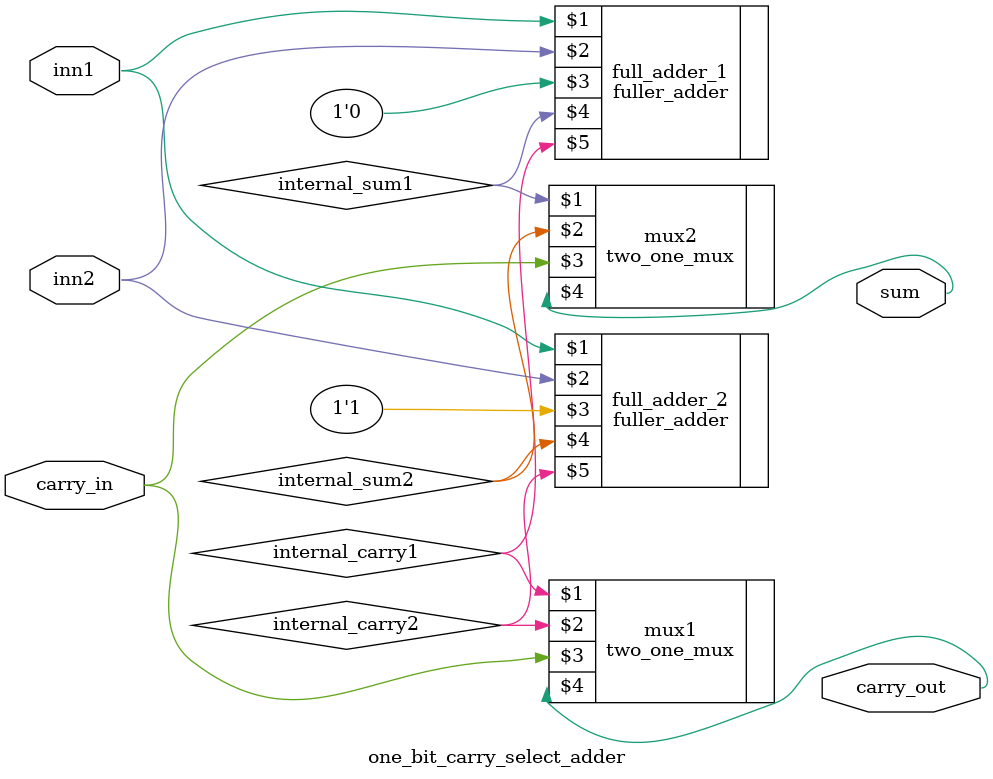
<source format=v>
`timescale 1ns / 1ps


module one_bit_carry_select_adder(inn1,inn2,carry_in,sum,carry_out);
    input inn1,inn2,carry_in;
    output sum,carry_out;
    wire internal_sum1,internal_sum2,internal_carry1,internal_carry2;  //for internal sum & carry generated by full adder module
    fuller_adder full_adder_1(inn1,inn2,1'b0,internal_sum1,internal_carry1); //imported full adder module & connect it
    fuller_adder full_adder_2(inn1,inn2,1'b1,internal_sum2,internal_carry2);//imported full adder module & connect it
    two_one_mux mux1(internal_carry1,internal_carry2,carry_in,carry_out);//imported mux module & connect it
    two_one_mux mux2(internal_sum1,internal_sum2,carry_in,sum);//imported mux module & connect it
    
endmodule

</source>
